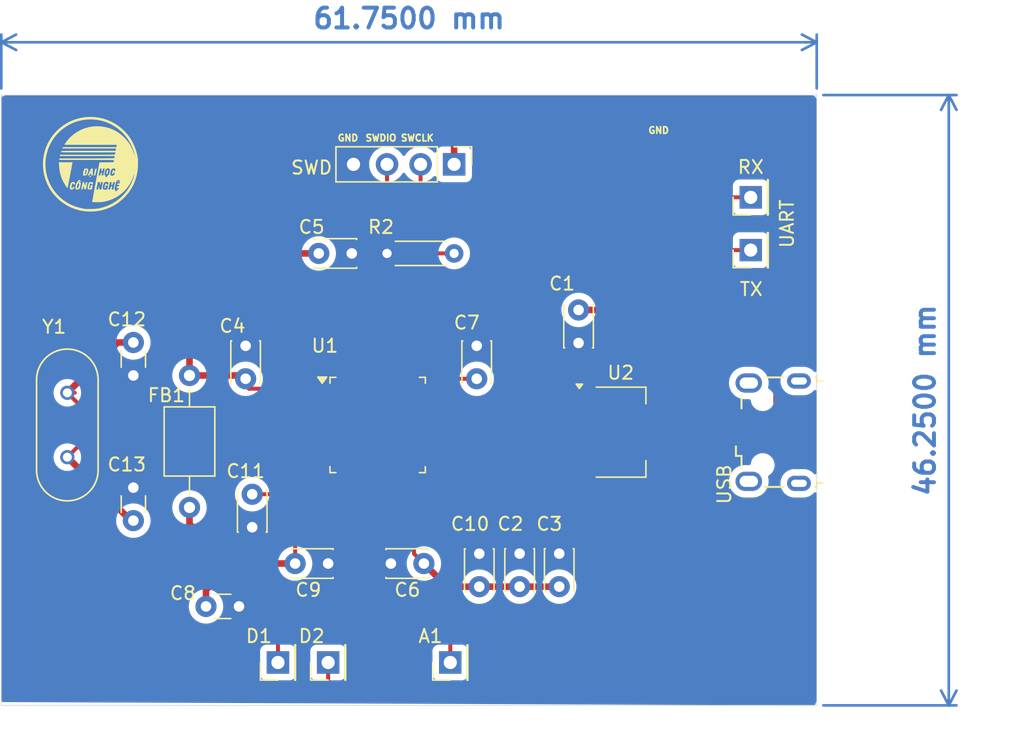
<source format=kicad_pcb>
(kicad_pcb (version 20240108) (generator "pcbnew") (generator_version "8.0")
  (layers (0 "F.Cu" signal) (31 "B.Cu" power) (34 "B.Paste" user) (35 "F.Paste" user) (36 "B.SilkS" user "B.Silkscreen") (37 "F.SilkS" user "F.Silkscreen") (38 "B.Mask" user) (39 "F.Mask" user) (44 "Edge.Cuts" user))
  (net 0 "")
  (net 1 "VBUS")
  (net 2 "GND")
  (net 3 "+3.3V")
  (net 4 "+3.3VA")
  (net 5 "/NRST")
  (net 6 "/HSE_IN")
  (net 7 "/HSE_OUT")
  (net 8 "/SWCLK")
  (net 9 "/SWDIO")
  (net 10 "/USART1_RX")
  (net 11 "/USART1_TX")
  (net 12 "/CH1")
  (net 13 "/CH2")
  (net 14 "/A_IN")
  (net 20 "/BOOT0")
  (footprint "Connector_PinHeader_2.54mm:PinHeader_1x01_P2.54mm_Vertical" (layer "F.Cu") (at 126 64.25 90)
    (property "Reference" "TX" (at -2.96 0.04 0) (layer "F.SilkS"))
    (property "Value" "Conn_01x01_Pin")
    (pad "1" thru_hole rect (at 0 0 90) (size 1.7 1.7) (drill 1) (layers "*.Cu" "*.Mask") (net 11 "/USART1_TX"))
  )
  (footprint "Capacitor_THT:C_Disc_D3.0mm_W2.0mm_P2.50mm" (layer "F.Cu") (at 112.965 68.785 -90)
    (property "Reference" "C1" (at -1.995 1.25 0) (layer "F.SilkS"))
    (property "Value" "22u")
    (pad "1" thru_hole circle (at 0 0 270) (size 1.6 1.6) (drill 0.8) (layers "*.Cu" "*.Mask") (net 1 "VBUS"))
    (pad "2" thru_hole circle (at 2.5 0 270) (size 1.6 1.6) (drill 0.8) (layers "*.Cu" "*.Mask") (net 2 "GND"))
  )
  (footprint "Inductor_THT:L_Axial_L5.0mm_D3.6mm_P10.00mm_Horizontal_Murata_BL01RN1A2A2" (layer "F.Cu") (at 83.5 73.75 -90)
    (property "Reference" "FB1" (at 1.5 1.75 0) (layer "F.SilkS"))
    (property "Value" "120R")
    (pad "1" thru_hole circle (at 0 0 270) (size 1.6 1.6) (drill 0.85) (layers "*.Cu" "*.Mask") (net 3 "+3.3V"))
    (pad "2" thru_hole oval (at 10 0 270) (size 1.6 1.6) (drill 0.85) (layers "*.Cu" "*.Mask") (net 4 "+3.3VA"))
  )
  (footprint "Capacitor_THT:C_Disc_D3.0mm_W2.0mm_P2.50mm" (layer "F.Cu") (at 91.5 88)
    (property "Reference" "C9" (at 1 2 0) (layer "F.SilkS"))
    (property "Value" "1u")
    (pad "1" thru_hole circle (at 0 0) (size 1.6 1.6) (drill 0.8) (layers "*.Cu" "*.Mask") (net 4 "+3.3VA"))
    (pad "2" thru_hole circle (at 2.5 0) (size 1.6 1.6) (drill 0.8) (layers "*.Cu" "*.Mask") (net 2 "GND"))
  )
  (footprint "Package_QFP:LQFP-48_7x7mm_P0.5mm" (layer "F.Cu") (at 97.75 77.5)
    (property "Reference" "U1" (at -4 -6 0) (layer "F.SilkS"))
    (property "Value" "STM32F103C8Tx")
    (pad "1" smd roundrect (at -4.1625 -2.75) (size 1.475 0.3) (layers "F.Cu" "F.Paste" "F.Mask") (net 3 "+3.3V"))
    (pad "2" smd roundrect (at -4.1625 -2.25) (size 1.475 0.3) (layers "F.Cu" "F.Paste" "F.Mask"))
    (pad "3" smd roundrect (at -4.1625 -1.75) (size 1.475 0.3) (layers "F.Cu" "F.Paste" "F.Mask"))
    (pad "4" smd roundrect (at -4.1625 -1.25) (size 1.475 0.3) (layers "F.Cu" "F.Paste" "F.Mask"))
    (pad "5" smd roundrect (at -4.1625 -0.75) (size 1.475 0.3) (layers "F.Cu" "F.Paste" "F.Mask") (net 6 "/HSE_IN"))
    (pad "6" smd roundrect (at -4.1625 -0.25) (size 1.475 0.3) (layers "F.Cu" "F.Paste" "F.Mask") (net 7 "/HSE_OUT"))
    (pad "7" smd roundrect (at -4.1625 0.25) (size 1.475 0.3) (layers "F.Cu" "F.Paste" "F.Mask") (net 5 "/NRST"))
    (pad "8" smd roundrect (at -4.1625 0.75) (size 1.475 0.3) (layers "F.Cu" "F.Paste" "F.Mask") (net 2 "GND"))
    (pad "9" smd roundrect (at -4.1625 1.25) (size 1.475 0.3) (layers "F.Cu" "F.Paste" "F.Mask") (net 4 "+3.3VA"))
    (pad "10" smd roundrect (at -4.1625 1.75) (size 1.475 0.3) (layers "F.Cu" "F.Paste" "F.Mask") (net 12 "/CH1"))
    (pad "11" smd roundrect (at -4.1625 2.25) (size 1.475 0.3) (layers "F.Cu" "F.Paste" "F.Mask"))
    (pad "12" smd roundrect (at -4.1625 2.75) (size 1.475 0.3) (layers "F.Cu" "F.Paste" "F.Mask"))
    (pad "13" smd roundrect (at -2.75 4.1625) (size 0.3 1.475) (layers "F.Cu" "F.Paste" "F.Mask") (net 14 "/A_IN"))
    (pad "14" smd roundrect (at -2.25 4.1625) (size 0.3 1.475) (layers "F.Cu" "F.Paste" "F.Mask"))
    (pad "15" smd roundrect (at -1.75 4.1625) (size 0.3 1.475) (layers "F.Cu" "F.Paste" "F.Mask"))
    (pad "16" smd roundrect (at -1.25 4.1625) (size 0.3 1.475) (layers "F.Cu" "F.Paste" "F.Mask") (net 13 "/CH2"))
    (pad "17" smd roundrect (at -0.75 4.1625) (size 0.3 1.475) (layers "F.Cu" "F.Paste" "F.Mask"))
    (pad "18" smd roundrect (at -0.25 4.1625) (size 0.3 1.475) (layers "F.Cu" "F.Paste" "F.Mask"))
    (pad "19" smd roundrect (at 0.25 4.1625) (size 0.3 1.475) (layers "F.Cu" "F.Paste" "F.Mask"))
    (pad "20" smd roundrect (at 0.75 4.1625) (size 0.3 1.475) (layers "F.Cu" "F.Paste" "F.Mask"))
    (pad "21" smd roundrect (at 1.25 4.1625) (size 0.3 1.475) (layers "F.Cu" "F.Paste" "F.Mask"))
    (pad "22" smd roundrect (at 1.75 4.1625) (size 0.3 1.475) (layers "F.Cu" "F.Paste" "F.Mask"))
    (pad "23" smd roundrect (at 2.25 4.1625) (size 0.3 1.475) (layers "F.Cu" "F.Paste" "F.Mask") (net 2 "GND"))
    (pad "24" smd roundrect (at 2.75 4.1625) (size 0.3 1.475) (layers "F.Cu" "F.Paste" "F.Mask") (net 3 "+3.3V"))
    (pad "25" smd roundrect (at 4.1625 2.75) (size 1.475 0.3) (layers "F.Cu" "F.Paste" "F.Mask"))
    (pad "26" smd roundrect (at 4.1625 2.25) (size 1.475 0.3) (layers "F.Cu" "F.Paste" "F.Mask"))
    (pad "27" smd roundrect (at 4.1625 1.75) (size 1.475 0.3) (layers "F.Cu" "F.Paste" "F.Mask"))
    (pad "28" smd roundrect (at 4.1625 1.25) (size 1.475 0.3) (layers "F.Cu" "F.Paste" "F.Mask"))
    (pad "29" smd roundrect (at 4.1625 0.75) (size 1.475 0.3) (layers "F.Cu" "F.Paste" "F.Mask"))
    (pad "30" smd roundrect (at 4.1625 0.25) (size 1.475 0.3) (layers "F.Cu" "F.Paste" "F.Mask") (net 11 "/USART1_TX"))
    (pad "31" smd roundrect (at 4.1625 -0.25) (size 1.475 0.3) (layers "F.Cu" "F.Paste" "F.Mask") (net 10 "/USART1_RX"))
    (pad "32" smd roundrect (at 4.1625 -0.75) (size 1.475 0.3) (layers "F.Cu" "F.Paste" "F.Mask"))
    (pad "33" smd roundrect (at 4.1625 -1.25) (size 1.475 0.3) (layers "F.Cu" "F.Paste" "F.Mask"))
    (pad "34" smd roundrect (at 4.1625 -1.75) (size 1.475 0.3) (layers "F.Cu" "F.Paste" "F.Mask") (net 8 "/SWCLK"))
    (pad "35" smd roundrect (at 4.1625 -2.25) (size 1.475 0.3) (layers "F.Cu" "F.Paste" "F.Mask") (net 2 "GND"))
    (pad "36" smd roundrect (at 4.1625 -2.75) (size 1.475 0.3) (layers "F.Cu" "F.Paste" "F.Mask") (net 3 "+3.3V"))
    (pad "37" smd roundrect (at 2.75 -4.1625) (size 0.3 1.475) (layers "F.Cu" "F.Paste" "F.Mask") (net 9 "/SWDIO"))
    (pad "38" smd roundrect (at 2.25 -4.1625) (size 0.3 1.475) (layers "F.Cu" "F.Paste" "F.Mask"))
    (pad "39" smd roundrect (at 1.75 -4.1625) (size 0.3 1.475) (layers "F.Cu" "F.Paste" "F.Mask"))
    (pad "40" smd roundrect (at 1.25 -4.1625) (size 0.3 1.475) (layers "F.Cu" "F.Paste" "F.Mask"))
    (pad "41" smd roundrect (at 0.75 -4.1625) (size 0.3 1.475) (layers "F.Cu" "F.Paste" "F.Mask"))
    (pad "42" smd roundrect (at 0.25 -4.1625) (size 0.3 1.475) (layers "F.Cu" "F.Paste" "F.Mask"))
    (pad "43" smd roundrect (at -0.25 -4.1625) (size 0.3 1.475) (layers "F.Cu" "F.Paste" "F.Mask"))
    (pad "44" smd roundrect (at -0.75 -4.1625) (size 0.3 1.475) (layers "F.Cu" "F.Paste" "F.Mask") (net 20 "/BOOT0"))
    (pad "45" smd roundrect (at -1.25 -4.1625) (size 0.3 1.475) (layers "F.Cu" "F.Paste" "F.Mask"))
    (pad "46" smd roundrect (at -1.75 -4.1625) (size 0.3 1.475) (layers "F.Cu" "F.Paste" "F.Mask"))
    (pad "47" smd roundrect (at -2.25 -4.1625) (size 0.3 1.475) (layers "F.Cu" "F.Paste" "F.Mask") (net 2 "GND"))
    (pad "48" smd roundrect (at -2.75 -4.1625) (size 0.3 1.475) (layers "F.Cu" "F.Paste" "F.Mask") (net 3 "+3.3V"))
  )
  (footprint "Connector_PinHeader_2.54mm:PinHeader_1x01_P2.54mm_Vertical" (layer "F.Cu") (at 90.2 95.5 90)
    (property "Reference" "D1" (at 2 -1.45 0) (layer "F.SilkS"))
    (property "Value" "Conn_01x01_Pin")
    (pad "1" thru_hole rect (at 0 0 90) (size 1.7 1.7) (drill 1) (layers "*.Cu" "*.Mask") (net 12 "/CH1"))
  )
  (footprint "Capacitor_THT:C_Disc_D3.0mm_W2.0mm_P2.50mm" (layer "F.Cu") (at 87.75 74 90)
    (property "Reference" "C4" (at 4 -1 0) (layer "F.SilkS"))
    (property "Value" "100n")
    (pad "1" thru_hole circle (at 0 0 90) (size 1.6 1.6) (drill 0.8) (layers "*.Cu" "*.Mask") (net 3 "+3.3V"))
    (pad "2" thru_hole circle (at 2.5 0 90) (size 1.6 1.6) (drill 0.8) (layers "*.Cu" "*.Mask") (net 2 "GND"))
  )
  (footprint "LOGO" (layer "F.Cu") (at 76 57.75)
    (property "Reference" "G***" (hide yes))
    (property "Value" "LOGO" (hide yes))
  )
  (footprint "Capacitor_THT:C_Disc_D3.0mm_W2.0mm_P2.50mm" (layer "F.Cu") (at 105.25 74 90)
    (property "Reference" "C7" (at 4.25 -0.75 0) (layer "F.SilkS"))
    (property "Value" "100n")
    (pad "1" thru_hole circle (at 0 0 90) (size 1.6 1.6) (drill 0.8) (layers "*.Cu" "*.Mask") (net 3 "+3.3V"))
    (pad "2" thru_hole circle (at 2.5 0 90) (size 1.6 1.6) (drill 0.8) (layers "*.Cu" "*.Mask") (net 2 "GND"))
  )
  (footprint "Capacitor_THT:C_Disc_D3.0mm_W2.0mm_P2.50mm" (layer "F.Cu") (at 111.5 89.75 90)
    (property "Reference" "C3" (at 4.75 -0.75 0) (layer "F.SilkS"))
    (property "Value" "10u")
    (pad "1" thru_hole circle (at 0 0 90) (size 1.6 1.6) (drill 0.8) (layers "*.Cu" "*.Mask") (net 3 "+3.3V"))
    (pad "2" thru_hole circle (at 2.5 0 90) (size 1.6 1.6) (drill 0.8) (layers "*.Cu" "*.Mask") (net 2 "GND"))
  )
  (footprint "Connector_PinHeader_2.54mm:PinHeader_1x04_P2.54mm_Vertical" (layer "F.Cu") (at 103.54 57.75 -90)
    (property "Reference" "SWD" (at 0.25 10.79 0) (layer "F.SilkS"))
    (property "Value" "Conn_01x04_Pin")
    (pad "1" thru_hole rect (at 0 0 270) (size 1.7 1.7) (drill 1) (layers "*.Cu" "*.Mask") (net 3 "+3.3V"))
    (pad "2" thru_hole oval (at 0 2.54 270) (size 1.7 1.7) (drill 1) (layers "*.Cu" "*.Mask") (net 8 "/SWCLK"))
    (pad "3" thru_hole oval (at 0 5.08 270) (size 1.7 1.7) (drill 1) (layers "*.Cu" "*.Mask") (net 9 "/SWDIO"))
    (pad "4" thru_hole oval (at 0 7.62 270) (size 1.7 1.7) (drill 1) (layers "*.Cu" "*.Mask") (net 2 "GND"))
  )
  (footprint "Connector_PinHeader_2.54mm:PinHeader_1x01_P2.54mm_Vertical" (layer "F.Cu") (at 94 95.5 90)
    (property "Reference" "D2" (at 2 -1.25 0) (layer "F.SilkS"))
    (property "Value" "Conn_01x01_Pin")
    (pad "1" thru_hole rect (at 0 0 90) (size 1.7 1.7) (drill 1) (layers "*.Cu" "*.Mask") (net 13 "/CH2"))
  )
  (footprint "Capacitor_THT:C_Disc_D3.0mm_W2.0mm_P2.50mm" (layer "F.Cu") (at 101.25 88 180)
    (property "Reference" "C6" (at 1.25 -2 0) (layer "F.SilkS"))
    (property "Value" "100n")
    (pad "1" thru_hole circle (at 0 0 180) (size 1.6 1.6) (drill 0.8) (layers "*.Cu" "*.Mask") (net 3 "+3.3V"))
    (pad "2" thru_hole circle (at 2.5 0 180) (size 1.6 1.6) (drill 0.8) (layers "*.Cu" "*.Mask") (net 2 "GND"))
  )
  (footprint "HC-49_U-S16000000ABJB:XTAL_HC49P488W43L1150T466H350" (layer "F.Cu") (at 74.25 77.5 -90)
    (property "Reference" "Y1" (at -7.44 1 180) (layer "F.SilkS") (effects (font (size 1.000969 1.000969))))
    (property "Value" "Crystal")
    (pad "1" thru_hole circle (at -2.44 0 270) (size 1.08 1.08) (drill 0.68) (layers "*.Cu" "*.Mask") (net 6 "/HSE_IN"))
    (pad "2" thru_hole circle (at 2.44 0 270) (size 1.08 1.08) (drill 0.68) (layers "*.Cu" "*.Mask") (net 7 "/HSE_OUT"))
  )
  (footprint "Capacitor_THT:C_Disc_D3.0mm_W1.6mm_P2.50mm" (layer "F.Cu") (at 79.25 71.25 -90)
    (property "Reference" "C12" (at -1.75 0.5 0) (layer "F.SilkS"))
    (property "Value" "10p")
    (pad "1" thru_hole circle (at 0 0 270) (size 1.6 1.6) (drill 0.8) (layers "*.Cu" "*.Mask") (net 6 "/HSE_IN"))
    (pad "2" thru_hole circle (at 2.5 0 270) (size 1.6 1.6) (drill 0.8) (layers "*.Cu" "*.Mask") (net 2 "GND"))
  )
  (footprint "Connector_PinHeader_2.54mm:PinHeader_1x01_P2.54mm_Vertical" (layer "F.Cu") (at 126 60.25 90)
    (property "Reference" "RX" (at 2.29 0 0) (layer "F.SilkS"))
    (property "Value" "Conn_01x01_Pin")
    (pad "1" thru_hole rect (at 0 0 90) (size 1.7 1.7) (drill 1) (layers "*.Cu" "*.Mask") (net 10 "/USART1_RX"))
  )
  (footprint "Connector_PinHeader_2.54mm:PinHeader_1x01_P2.54mm_Vertical" (layer "F.Cu") (at 103.25 95.5 90)
    (property "Reference" "A1" (at 2 -1.5 0) (layer "F.SilkS"))
    (property "Value" "Conn_01x01_Pin")
    (pad "1" thru_hole rect (at 0 0 90) (size 1.7 1.7) (drill 1) (layers "*.Cu" "*.Mask") (net 14 "/A_IN"))
  )
  (footprint "Package_TO_SOT_SMD:SOT-223-3_TabPin2" (layer "F.Cu") (at 116.155 78.045)
    (property "Reference" "U2" (at 0 -4.5 0) (layer "F.SilkS"))
    (property "Value" "AMS1117-3.3")
    (pad "1" smd roundrect (at -3.15 -2.3) (size 2 1.5) (layers "F.Cu" "F.Paste" "F.Mask") (net 2 "GND"))
    (pad "2" smd roundrect (at -3.15 0) (size 2 1.5) (layers "F.Cu" "F.Paste" "F.Mask") (net 3 "+3.3V"))
    (pad "2" smd roundrect (at 3.15 0) (size 2 3.8) (layers "F.Cu" "F.Paste" "F.Mask") (net 3 "+3.3V"))
    (pad "3" smd roundrect (at -3.15 2.3) (size 2 1.5) (layers "F.Cu" "F.Paste" "F.Mask") (net 1 "VBUS"))
  )
  (footprint "Capacitor_THT:C_Disc_D3.0mm_W1.6mm_P2.50mm" (layer "F.Cu") (at 79.25 84.75 90)
    (property "Reference" "C13" (at 4.25 -0.5 0) (layer "F.SilkS"))
    (property "Value" "10p")
    (pad "1" thru_hole circle (at 0 0 90) (size 1.6 1.6) (drill 0.8) (layers "*.Cu" "*.Mask") (net 7 "/HSE_OUT"))
    (pad "2" thru_hole circle (at 2.5 0 90) (size 1.6 1.6) (drill 0.8) (layers "*.Cu" "*.Mask") (net 2 "GND"))
  )
  (footprint "Resistor_THT:R_Axial_DIN0204_L3.6mm_D1.6mm_P5.08mm_Horizontal" (layer "F.Cu") (at 103.54 64.5 180)
    (property "Reference" "R2" (at 5.54 2 0) (layer "F.SilkS"))
    (property "Value" "10k")
    (pad "1" thru_hole circle (at 0 0 180) (size 1.4 1.4) (drill 0.7) (layers "*.Cu" "*.Mask") (net 20 "/BOOT0"))
    (pad "2" thru_hole oval (at 5.08 0 180) (size 1.4 1.4) (drill 0.7) (layers "*.Cu" "*.Mask") (net 2 "GND"))
  )
  (footprint "Capacitor_THT:C_Disc_D3.0mm_W2.0mm_P2.50mm" (layer "F.Cu") (at 93.29 64.5)
    (property "Reference" "C5" (at -0.54 -2 0) (layer "F.SilkS"))
    (property "Value" "100n")
    (pad "1" thru_hole circle (at 0 0) (size 1.6 1.6) (drill 0.8) (layers "*.Cu" "*.Mask") (net 3 "+3.3V"))
    (pad "2" thru_hole circle (at 2.5 0) (size 1.6 1.6) (drill 0.8) (layers "*.Cu" "*.Mask") (net 2 "GND"))
  )
  (footprint "Capacitor_THT:C_Disc_D3.0mm_W1.6mm_P2.50mm" (layer "F.Cu") (at 84.75 91.25)
    (property "Reference" "C8" (at -1.75 -1 0) (layer "F.SilkS"))
    (property "Value" "10n")
    (pad "1" thru_hole circle (at 0 0) (size 1.6 1.6) (drill 0.8) (layers "*.Cu" "*.Mask") (net 4 "+3.3VA"))
    (pad "2" thru_hole circle (at 2.5 0) (size 1.6 1.6) (drill 0.8) (layers "*.Cu" "*.Mask") (net 2 "GND"))
  )
  (footprint "Capacitor_THT:C_Disc_D3.0mm_W2.0mm_P2.50mm" (layer "F.Cu") (at 105.445 89.755 90)
    (property "Reference" "C10" (at 4.755 -0.695 0) (layer "F.SilkS"))
    (property "Value" "1u")
    (pad "1" thru_hole circle (at 0 0 90) (size 1.6 1.6) (drill 0.8) (layers "*.Cu" "*.Mask") (net 3 "+3.3V"))
    (pad "2" thru_hole circle (at 2.5 0 90) (size 1.6 1.6) (drill 0.8) (layers "*.Cu" "*.Mask") (net 2 "GND"))
  )
  (footprint "Connector_USB:USB_Micro-B_Wuerth_629105150521" (layer "F.Cu") (at 127.705 78.045 90)
    (property "Reference" "USB" (at -3.955 -3.705 90) (layer "F.SilkS"))
    (property "Value" "USB_B_Micro")
    (pad "" np_thru_hole oval (at -2.5 -0.8 90) (size 0.8 0.8) (drill 0.8) (layers "*.Cu" "*.Mask"))
    (pad "" np_thru_hole oval (at 2.5 -0.8 90) (size 0.8 0.8) (drill 0.8) (layers "*.Cu" "*.Mask"))
    (pad "1" smd rect (at -1.3 -1.9 90) (size 0.45 1.3) (layers "F.Cu" "F.Paste" "F.Mask") (net 1 "VBUS"))
    (pad "2" smd rect (at -0.65 -1.9 90) (size 0.45 1.3) (layers "F.Cu" "F.Paste" "F.Mask"))
    (pad "3" smd rect (at 0 -1.9 90) (size 0.45 1.3) (layers "F.Cu" "F.Paste" "F.Mask"))
    (pad "4" smd rect (at 0.65 -1.9 90) (size 0.45 1.3) (layers "F.Cu" "F.Paste" "F.Mask"))
    (pad "5" smd rect (at 1.3 -1.9 90) (size 0.45 1.3) (layers "F.Cu" "F.Paste" "F.Mask") (net 2 "GND"))
    (pad "6" thru_hole oval (at -3.875 1.95 90) (size 1.15 1.8) (drill oval 0.55 1.2) (layers "*.Cu" "*.Mask"))
    (pad "6" thru_hole oval (at -3.725 -1.85 90) (size 1.45 2) (drill oval 0.85 1.4) (layers "*.Cu" "*.Mask"))
    (pad "6" thru_hole oval (at 3.725 -1.85 90) (size 1.45 2) (drill oval 0.85 1.4) (layers "*.Cu" "*.Mask"))
    (pad "6" thru_hole oval (at 3.875 1.95 90) (size 1.15 1.8) (drill oval 0.55 1.2) (layers "*.Cu" "*.Mask"))
  )
  (footprint "Capacitor_THT:C_Disc_D3.0mm_W2.0mm_P2.50mm" (layer "F.Cu") (at 88.25 82.75 -90)
    (property "Reference" "C11" (at -1.75 0.5 0) (layer "F.SilkS"))
    (property "Value" "100n")
    (pad "1" thru_hole circle (at 0 0 270) (size 1.6 1.6) (drill 0.8) (layers "*.Cu" "*.Mask") (net 5 "/NRST"))
    (pad "2" thru_hole circle (at 2.5 0 270) (size 1.6 1.6) (drill 0.8) (layers "*.Cu" "*.Mask") (net 2 "GND"))
  )
  (footprint "Capacitor_THT:C_Disc_D3.0mm_W2.0mm_P2.50mm" (layer "F.Cu") (at 108.5 89.75 90)
    (property "Reference" "C2" (at 4.755 -0.695 0) (layer "F.SilkS"))
    (property "Value" "22u")
    (pad "1" thru_hole circle (at 0 0 90) (size 1.6 1.6) (drill 0.8) (layers "*.Cu" "*.Mask") (net 3 "+3.3V"))
    (pad "2" thru_hole circle (at 2.5 0 90) (size 1.6 1.6) (drill 0.8) (layers "*.Cu" "*.Mask") (net 2 "GND"))
  )
  (gr_circle (center 94 88) (end 94.25 88.25) (stroke (width 0.2)) (fill none) (layer "B.Cu") (net 2))
  (gr_circle (center 113 71.25) (end 113.25 71.5) (stroke (width 0.2)) (fill none) (layer "B.Cu") (net 2))
  (gr_circle (center 88.25 85.25) (end 88.5 85.5) (stroke (width 0.2)) (fill none) (layer "B.Cu") (net 2))
  (gr_circle (center 105.25 71.5) (end 105.5 71.75) (stroke (width 0.2)) (fill none) (layer "B.Cu") (net 2))
  (gr_circle (center 108.5 87.25) (end 108.75 87.5) (stroke (width 0.2)) (fill none) (layer "B.Cu") (net 2))
  (gr_circle (center 79.25 82.25) (end 79.5 82) (stroke (width 0.2)) (fill none) (layer "B.Cu") (net 2))
  (gr_circle (center 79.25 73.75) (end 79.5 74) (stroke (width 0.2)) (fill none) (layer "B.Cu") (net 2))
  (gr_circle (center 87.25 91.25) (end 87.5 91.5) (stroke (width 0.2)) (fill none) (layer "B.Cu") (net 2))
  (gr_circle (center 98.75 88) (end 99 88.25) (stroke (width 0.2)) (fill none) (layer "B.Cu") (net 2))
  (gr_circle (center 96 57.75) (end 96.5 58) (stroke (width 0.2)) (fill none) (layer "B.Cu") (net 2))
  (gr_circle (center 111.5 87.25) (end 111.75 87.5) (stroke (width 0.2)) (fill none) (layer "B.Cu") (net 2))
  (gr_circle (center 95.75 64.5) (end 96 64.75) (stroke (width 0.2)) (fill none) (layer "B.Cu") (net 2))
  (gr_circle (center 98.5 64.5) (end 98.75 64.75) (stroke (width 0.2)) (fill none) (layer "B.Cu") (net 2))
  (gr_circle (center 105.5 87.25) (end 105.75 87.5) (stroke (width 0.2)) (fill none) (layer "B.Cu") (net 2))
  (gr_rect (start 69.25 52.5) (end 131 98.75) (stroke (width 0.05)) (fill none) (layer "Edge.Cuts"))
  (gr_text "UART\n" (at 128.75 62.25 90) (layer "F.SilkS") (effects (font (size 1 1))))
  (gr_text "SWDIO\n" (at 98 55.75 0) (layer "F.SilkS") (effects (font (size 0.5 0.5) (thickness 0.125))))
  (gr_text "GND\n" (at 119.02935 55.172038 0) (layer "F.SilkS") (effects (font (size 0.5 0.5) (thickness 0.125))))
  (gr_text "SWCLK\n" (at 100.75 55.75 0) (layer "F.SilkS") (effects (font (size 0.5 0.5) (thickness 0.125))))
  (gr_text "GND\n" (at 95.5 55.75 0) (layer "F.SilkS") (effects (font (size 0.5 0.5) (thickness 0.125))))
  (dimension (type aligned) (layer "B.Cu") (pts (xy 69.25 52.5) (xy 131 52.5)) (height -4) (gr_text "61.7500 mm" (at 100.125 46.7 0) (layer "B.Cu") (effects (font (size 1.5 1.5) (thickness 0.3)))) (format (prefix "") (suffix "") (units 3) (units_format 1) (precision 4)) (style (thickness 0.2) (arrow_length 1.27) (text_position_mode 0) (extension_height 0.58642) (extension_offset 0.5) keep_text_aligned))
  (dimension (type aligned) (layer "B.Cu") (pts (xy 131 52.5) (xy 131 98.75)) (height -10) (gr_text "46.2500 mm" (at 139.2 75.625 90) (layer "B.Cu") (effects (font (size 1.5 1.5) (thickness 0.3)))) (format (prefix "") (suffix "") (units 3) (units_format 1) (precision 4)) (style (thickness 0.2) (arrow_length 1.27) (text_position_mode 0) (extension_height 0.58642) (extension_offset 0.5) keep_text_aligned))
  (segment (start 113.205 80.345) (end 113.005 80.345) (width 0.5) (layer "F.Cu") (net 1))
  (segment (start 112.965 68.785) (end 124.205 68.785) (width 0.5) (layer "F.Cu") (net 1))
  (segment (start 124.21 79.37) (end 127.38 79.37) (width 0.3) (layer "F.Cu") (net 1))
  (segment (start 122.38 79.37) (end 124.21 79.37) (width 0.5) (layer "F.Cu") (net 1))
  (segment (start 120.455 81.295) (end 114.155 81.295) (width 0.5) (layer "F.Cu") (net 1))
  (segment (start 127.96 72.54) (end 127.96 78.79) (width 0.5) (layer "F.Cu") (net 1))
  (segment (start 127.96 78.79) (end 127.38 79.37) (width 0.5) (layer "F.Cu") (net 1))
  (segment (start 124.205 68.785) (end 127.96 72.54) (width 0.5) (layer "F.Cu") (net 1))
  (segment (start 122.38 79.37) (end 120.455 81.295) (width 0.5) (layer "F.Cu") (net 1))
  (segment (start 114.155 81.295) (end 113.205 80.345) (width 0.5) (layer "F.Cu") (net 1))
  (segment (start 112.965 75.705) (end 113.005 75.745) (width 0.5) (layer "F.Cu") (net 2))
  (segment (start 122.46 76.75) (end 122.11 76.75) (width 0.5) (layer "F.Cu") (net 2))
  (segment (start 122.46 76.75) (end 122.49 76.72) (width 0.5) (layer "F.Cu") (net 2))
  (segment (start 107.5 71.5) (end 105.25 71.5) (width 0.3) (layer "F.Cu") (net 2))
  (segment (start 120.155 74.795) (end 121.68 76.32) (width 0.5) (layer "F.Cu") (net 2))
  (segment (start 103.75 75.25) (end 104.75 76.25) (width 0.3) (layer "F.Cu") (net 2))
  (segment (start 91 78.792894) (end 91 84.5) (width 0.3) (layer "F.Cu") (net 2))
  (segment (start 121.68 76.32) (end 122.11 76.75) (width 0.5) (layer "F.Cu") (net 2))
  (segment (start 101.9125 75.25) (end 103.75 75.25) (width 0.3) (layer "F.Cu") (net 2))
  (segment (start 104.75 76.25) (end 108.25 76.25) (width 0.3) (layer "F.Cu") (net 2))
  (segment (start 113.005 75.745) (end 113.955 74.795) (width 0.5) (layer "F.Cu") (net 2))
  (segment (start 123.46 76.72) (end 122.08 76.72) (width 0.5) (layer "F.Cu") (net 2))
  (segment (start 91.542894 78.25) (end 91 78.792894) (width 0.3) (layer "F.Cu") (net 2))
  (segment (start 108.25 76.25) (end 108.465 76.035) (width 0.3) (layer "F.Cu") (net 2))
  (segment (start 122.49 76.72) (end 123.46 76.72) (width 0.5) (layer "F.Cu") (net 2))
  (segment (start 98.75 88) (end 100 86.75) (width 0.3) (layer "F.Cu") (net 2))
  (segment (start 100 86.75) (end 100 81.6625) (width 0.3) (layer "F.Cu") (net 2))
  (segment (start 122.08 76.72) (end 121.68 76.32) (width 0.5) (layer "F.Cu") (net 2))
  (segment (start 108.465 72.465) (end 107.5 71.5) (width 0.3) (layer "F.Cu") (net 2))
  (segment (start 120.155 74.795) (end 114.46 74.795) (width 0.3) (layer "F.Cu") (net 2))
  (segment (start 113.955 74.795) (end 114.46 74.795) (width 0.5) (layer "F.Cu") (net 2))
  (segment (start 123.46 76.72) (end 125.805 76.72) (width 0.5) (layer "F.Cu") (net 2))
  (segment (start 95.5 64.79) (end 95.79 64.5) (width 0.3) (layer "F.Cu") (net 2))
  (segment (start 95.5 73.3375) (end 95.5 64.79) (width 0.3) (layer "F.Cu") (net 2))
  (segment (start 112.965 71.285) (end 112.965 75.705) (width 0.5) (layer "F.Cu") (net 2))
  (segment (start 108.465 76.035) (end 108.465 72.465) (width 0.3) (layer "F.Cu") (net 2))
  (segment (start 113.955 74.795) (end 120.155 74.795) (width 0.5) (layer "F.Cu") (net 2))
  (segment (start 126.5 76.75) (end 122.46 76.75) (width 0.3) (layer "F.Cu") (net 2))
  (segment (start 93.5875 78.25) (end 91.542894 78.25) (width 0.3) (layer "F.Cu") (net 2))
  (segment (start 90.25 85.25) (end 91 84.5) (width 0.3) (layer "F.Cu") (net 2))
  (segment (start 88.25 85.25) (end 90.25 85.25) (width 0.3) (layer "F.Cu") (net 2))
  (segment (start 92.875 54.125) (end 90.125 56.875) (width 0.5) (layer "F.Cu") (net 3))
  (segment (start 95 74.75) (end 97.5 74.75) (width 0.3) (layer "F.Cu") (net 3))
  (segment (start 105.445 89.755) (end 111.495 89.755) (width 0.5) (layer "F.Cu") (net 3))
  (segment (start 97.75 74.75) (end 98.25 75.25) (width 0.3) (layer "F.Cu") (net 3))
  (segment (start 83.5 73.75) (end 87.5 73.75) (width 0.5) (layer "F.Cu") (net 3))
  (segment (start 88 67.5) (end 91 64.5) (width 0.5) (layer "F.Cu") (net 3))
  (segment (start 90.125 56.875) (end 90.125 63.625) (width 0.5) (layer "F.Cu") (net 3))
  (segment (start 90.125 63.625) (end 91 64.5) (width 0.5) (layer "F.Cu") (net 3))
  (segment (start 87.5 73.75) (end 87.75 74) (width 0.5) (layer "F.Cu") (net 3))
  (segment (start 93.5875 74.75) (end 88 74.75) (width 0.3) (layer "F.Cu") (net 3))
  (segment (start 111.495 89.755) (end 111.5 89.75) (width 0.5) (layer "F.Cu") (net 3))
  (segment (start 98.5 79) (end 98.67812 79) (width 0.3) (layer "F.Cu") (net 3))
  (segment (start 97.5 74.75) (end 97.75 74.75) (width 0.3) (layer "F.Cu") (net 3))
  (segment (start 113.005 78.045) (end 110.705 78.045) (width 0.5) (layer "F.Cu") (net 3))
  (segment (start 101.9125 74.75) (end 100.5 74.75) (width 0.3) (layer "F.Cu") (net 3))
  (segment (start 107.0875 81.6625) (end 100.6 81.6625) (width 0.5) (layer "F.Cu") (net 3))
  (segment (start 98.25 75.25) (end 98.25 78.75) (width 0.3) (layer "F.Cu") (net 3))
  (segment (start 88 74.75) (end 87.75 74.5) (width 0.3) (layer "F.Cu") (net 3))
  (segment (start 101.25 88) (end 103.005 89.755) (width 0.5) (layer "F.Cu") (net 3))
  (segment (start 103.54 57.75) (end 103.54 55.798179) (width 0.5) (layer "F.Cu") (net 3))
  (segment (start 110.705 78.045) (end 107.0875 81.6625) (width 0.5) (layer "F.Cu") (net 3))
  (segment (start 99 74.75) (end 98.75 74.75) (width 0.3) (layer "F.Cu") (net 3))
  (segment (start 93.5875 74.75) (end 95 74.75) (width 0.3) (layer "F.Cu") (net 3))
  (segment (start 99 74.75) (end 100.5 74.75) (width 0.3) (layer "F.Cu") (net 3))
  (segment (start 103.54 55.798179) (end 101.866821 54.125) (width 0.5) (layer "F.Cu") (net 3))
  (segment (start 85 67.5) (end 88 67.5) (width 0.5) (layer "F.Cu") (net 3))
  (segment (start 95 74.75) (end 95 73.3375) (width 0.3) (layer "F.Cu") (net 3))
  (segment (start 103.54 57.75) (end 103.54 57.5) (width 0.3) (layer "F.Cu") (net 3))
  (segment (start 103.75 74) (end 105.25 74) (width 0.3) (layer "F.Cu") (net 3))
  (segment (start 93.29 64.5) (end 91 64.5) (width 0.5) (layer "F.Cu") (net 3))
  (segment (start 98.25 78.75) (end 98.5 79) (width 0.3) (layer "F.Cu") (net 3))
  (segment (start 83.5 69) (end 85 67.5) (width 0.5) (layer "F.Cu") (net 3))
  (segment (start 101.9125 74.75) (end 103 74.75) (width 0.3) (layer "F.Cu") (net 3))
  (segment (start 100.5 87.25) (end 101.25 88) (width 0.3) (layer "F.Cu") (net 3))
  (segment (start 103 74.75) (end 103.75 74) (width 0.3) (layer "F.Cu") (net 3))
  (segment (start 108.495 89.755) (end 108.5 89.75) (width 0.3) (layer "F.Cu") (net 3))
  (segment (start 83.5 73.75) (end 83.5 69) (width 0.5) (layer "F.Cu") (net 3))
  (segment (start 98.75 74.75) (end 98.25 75.25) (width 0.3) (layer "F.Cu") (net 3))
  (segment (start 103.005 89.755) (end 105.445 89.755) (width 0.5) (layer "F.Cu") (net 3))
  (segment (start 113.005 78.045) (end 119.305 78.045) (width 0.5) (layer "F.Cu") (net 3))
  (segment (start 100.5 80.82188) (end 100.5 81.6625) (width 0.3) (layer "F.Cu") (net 3))
  (segment (start 98.67812 79) (end 100.5 80.82188) (width 0.3) (layer "F.Cu") (net 3))
  (segment (start 100.5 81.6625) (end 100.5 87.25) (width 0.3) (layer "F.Cu") (net 3))
  (segment (start 101.866821 54.125) (end 92.875 54.125) (width 0.5) (layer "F.Cu") (net 3))
  (segment (start 84.75 90) (end 86.625 88.125) (width 0.5) (layer "F.Cu") (net 4))
  (segment (start 84.75 91.25) (end 84.75 90) (width 0.5) (layer "F.Cu") (net 4))
  (segment (start 86.625 88.125) (end 86.75 88) (width 0.5) (layer "F.Cu") (net 4))
  (segment (start 91.5 88) (end 91.5 79) (width 0.3) (layer "F.Cu") (net 4))
  (segment (start 83.5 85) (end 86.625 88.125) (width 0.5) (layer "F.Cu") (net 4))
  (segment (start 91.75 78.75) (end 93.5875 78.75) (width 0.3) (layer "F.Cu") (net 4))
  (segment (start 86.75 88) (end 91.5 88) (width 0.5) (layer "F.Cu") (net 4))
  (segment (start 83.5 83.75) (end 83.5 85) (width 0.5) (layer "F.Cu") (net 4))
  (segment (start 91.5 79) (end 91.75 78.75) (width 0.3) (layer "F.Cu") (net 4))
  (segment (start 90.5 82) (end 90.5 78.585788) (width 0.3) (layer "F.Cu") (net 5))
  (segment (start 88.25 82.75) (end 89.75 82.75) (width 0.3) (layer "F.Cu") (net 5))
  (segment (start 91.335788 77.75) (end 93.5875 77.75) (width 0.3) (layer "F.Cu") (net 5))
  (segment (start 90.5 78.585788) (end 91.335788 77.75) (width 0.3) (layer "F.Cu") (net 5))
  (segment (start 89.75 82.75) (end 90.5 82) (width 0.3) (layer "F.Cu") (net 5))
  (segment (start 74.25 75.06) (end 74.81 75.06) (width 0.3) (layer "F.Cu") (net 6))
  (segment (start 75.94 76.75) (end 74.25 75.06) (width 0.3) (layer "F.Cu") (net 6))
  (segment (start 78.06 71.25) (end 74.25 75.06) (width 0.5) (layer "F.Cu") (net 6))
  (segment (start 93.5875 76.75) (end 75.94 76.75) (width 0.3) (layer "F.Cu") (net 6))
  (segment (start 79.25 71.25) (end 78.06 71.25) (width 0.5) (layer "F.Cu") (net 6))
  (segment (start 74.25 79.94) (end 79.06 84.75) (width 0.5) (layer "F.Cu") (net 7))
  (segment (start 93.5875 77.25) (end 76.94 77.25) (width 0.3) (layer "F.Cu") (net 7))
  (segment (start 79.06 84.75) (end 79.25 84.75) (width 0.5) (layer "F.Cu") (net 7))
  (segment (start 76.94 77.25) (end 74.25 79.94) (width 0.3) (layer "F.Cu") (net 7))
  (segment (start 103.25 75.75) (end 104.25 76.75) (width 0.3) (layer "F.Cu") (net 8))
  (segment (start 109 61.25) (end 108.25 60.5) (width 0.3) (layer "F.Cu") (net 8))
  (segment (start 108.5 76.75) (end 108.965 76.285) (width 0.3) (layer "F.Cu") (net 8))
  (segment (start 101 59.5) (end 101 57.75) (width 0.3) (layer "F.Cu") (net 8))
  (segment (start 101.9125 75.75) (end 103.25 75.75) (width 0.3) (layer "F.Cu") (net 8))
  (segment (start 108.965 76.285) (end 108.965 61.285) (width 0.3) (layer "F.Cu") (net 8))
  (segment (start 104.25 76.75) (end 108.5 76.75) (width 0.3) (layer "F.Cu") (net 8))
  (segment (start 108.965 61.285) (end 109 61.25) (width 0.3) (layer "F.Cu") (net 8))
  (segment (start 108.25 60.5) (end 102 60.5) (width 0.3) (layer "F.Cu") (net 8))
  (segment (start 102 60.5) (end 101 59.5) (width 0.3) (layer "F.Cu") (net 8))
  (segment (start 106.5 66) (end 106.5 62) (width 0.3) (layer "F.Cu") (net 9))
  (segment (start 100.5 72) (end 106.5 66) (width 0.3) (layer "F.Cu") (net 9))
  (segment (start 100.5 73.3375) (end 100.5 72) (width 0.3) (layer "F.Cu") (net 9))
  (segment (start 100 62) (end 98.46 60.46) (width 0.3) (layer "F.Cu") (net 9))
  (segment (start 106.5 62) (end 100 62) (width 0.3) (layer "F.Cu") (net 9))
  (segment (start 98.46 60.46) (end 98.46 57.75) (width 0.3) (layer "F.Cu") (net 9))
  (segment (start 101.9125 77.25) (end 108.75 77.25) (width 0.3) (layer "F.Cu") (net 10))
  (segment (start 110.755 60.25) (end 126 60.25) (width 0.3) (layer "F.Cu") (net 10))
  (segment (start 109.465 61.54) (end 110.755 60.25) (width 0.3) (layer "F.Cu") (net 10))
  (segment (start 108.75 77.25) (end 109.465 76.535) (width 0.3) (layer "F.Cu") (net 10))
  (segment (start 109.465 76.535) (end 109.465 61.54) (width 0.3) (layer "F.Cu") (net 10))
  (segment (start 111.005 64.25) (end 126 64.25) (width 0.3) (layer "F.Cu") (net 11))
  (segment (start 101.9125 77.75) (end 109.207107 77.75) (width 0.3) (layer "F.Cu") (net 11))
  (segment (start 109.965 65.29) (end 111.005 64.25) (width 0.3) (layer "F.Cu") (net 11))
  (segment (start 109.965 76.992107) (end 109.965 65.29) (width 0.3) (layer "F.Cu") (net 11))
  (segment (start 109.207107 77.75) (end 109.965 76.992107) (width 0.3) (layer "F.Cu") (net 11))
  (segment (start 90.2 93.8) (end 90.2 95.5) (width 0.3) (layer "F.Cu") (net 12))
  (segment (start 95.25 86.25) (end 92.75 86.25) (width 0.3) (layer "F.Cu") (net 12))
  (segment (start 92.75 86.25) (end 92 85.5) (width 0.3) (layer "F.Cu") (net 12))
  (segment (start 92 85.5) (end 92 79.5) (width 0.3) (layer "F.Cu") (net 12))
  (segment (start 93.25 92.25) (end 91.75 92.25) (width 0.3) (layer "F.Cu") (net 12))
  (segment (start 92 79.5) (end 92.25 79.25) (width 0.3) (layer "F.Cu") (net 12))
  (segment (start 92.25 79.25) (end 93.5875 79.25) (width 0.3) (layer "F.Cu") (net 12))
  (segment (start 96 89.5) (end 96 87) (width 0.3) (layer "F.Cu") (net 12))
  (segment (start 96 89.5) (end 93.25 92.25) (width 0.3) (layer "F.Cu") (net 12))
  (segment (start 96 87) (end 95.25 86.25) (width 0.3) (layer "F.Cu") (net 12))
  (segment (start 91.75 92.25) (end 90.2 93.8) (width 0.3) (layer "F.Cu") (net 12))
  (segment (start 94.75 97.75) (end 106.25 97.75) (width 0.3) (layer "F.Cu") (net 13))
  (segment (start 97.3 89.95) (end 97.3 86.8) (width 0.3) (layer "F.Cu") (net 13))
  (segment (start 102.5 91.5) (end 96.75 91.5) (width 0.3) (layer "F.Cu") (net 13))
  (segment (start 106.25 95.25) (end 106.25 97.75) (width 0.3) (layer "F.Cu") (net 13))
  (segment (start 94 95.5) (end 94 97) (width 0.3) (layer "F.Cu") (net 13))
  (segment (start 106.25 95.25) (end 102.5 91.5) (width 0.3) (layer "F.Cu") (net 13))
  (segment (start 97.3 86.8) (end 96.5 86) (width 0.3) (layer "F.Cu") (net 13))
  (segment (start 96.5 86) (end 96.5 81.6625) (width 0.3) (layer "F.Cu") (net 13))
  (segment (start 96.375 91.125) (end 96.375 90.875) (width 0.3) (layer "F.Cu") (net 13))
  (segment (start 94 97) (end 94.75 97.75) (width 0.3) (layer "F.Cu") (net 13))
  (segment (start 96.75 91.5) (end 96.375 91.125) (width 0.3) (layer "F.Cu") (net 13))
  (segment (start 96.375 90.875) (end 97.3 89.95) (width 0.3) (layer "F.Cu") (net 13))
  (segment (start 95.5 91.5) (end 95.5 91) (width 0.3) (layer "F.Cu") (net 14))
  (segment (start 96 92) (end 95.5 91.5) (width 0.3) (layer "F.Cu") (net 14))
  (segment (start 103.25 93.25) (end 103.25 95.5) (width 0.3) (layer "F.Cu") (net 14))
  (segment (start 102 92) (end 96 92) (width 0.3) (layer "F.Cu") (net 14))
  (segment (start 96.8 87.05) (end 95 85.25) (width 0.3) (layer "F.Cu") (net 14))
  (segment (start 102 92) (end 103.25 93.25) (width 0.3) (layer "F.Cu") (net 14))
  (segment (start 95.5 91) (end 96.8 89.7) (width 0.3) (layer "F.Cu") (net 14))
  (segment (start 96.8 89.7) (end 96.8 87.05) (width 0.3) (layer "F.Cu") (net 14))
  (segment (start 95 85.25) (end 95 81.6625) (width 0.3) (layer "F.Cu") (net 14))
  (segment (start 97 69.75) (end 97 73.3375) (width 0.3) (layer "F.Cu") (net 20))
  (segment (start 103.54 64.5) (end 102.25 64.5) (width 0.3) (layer "F.Cu") (net 20))
  (segment (start 102.25 64.5) (end 97 69.75) (width 0.3) (layer "F.Cu") (net 20))
  (zone (net 2) (net_name "GND") (layer "B.Cu") (connect_pads yes (clearance 0.5)) (min_thickness 0.25) (fill yes (thermal_gap 0.5) (thermal_bridge_width 0.5))
    (polygon (pts (xy 69.25 52.5) (xy 131 52.5) (xy 131 98.75) (xy 69.25 98.5)))
  )
)
</source>
